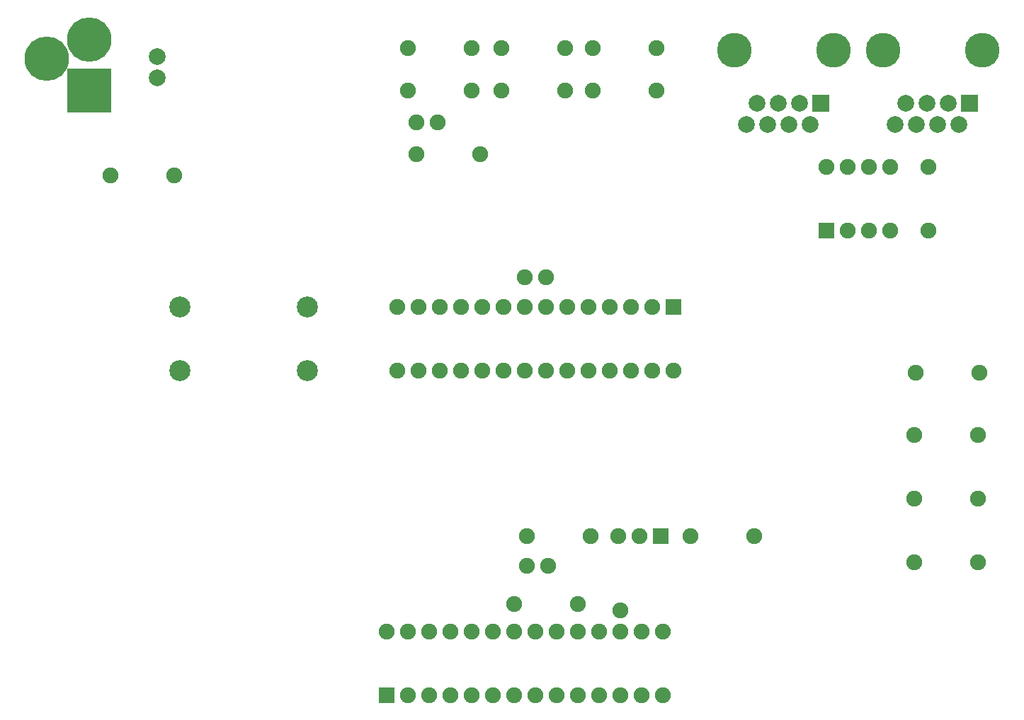
<source format=gbs>
G04 (created by PCBNEW-RS274X (2011-07-08)-stable) date Sun 04 Mar 2012 02:24:10 AM EST*
G01*
G70*
G90*
%MOIN*%
G04 Gerber Fmt 3.4, Leading zero omitted, Abs format*
%FSLAX34Y34*%
G04 APERTURE LIST*
%ADD10C,0.006000*%
%ADD11C,0.098700*%
%ADD12C,0.075000*%
%ADD13C,0.163700*%
%ADD14R,0.079100X0.079100*%
%ADD15C,0.079100*%
%ADD16C,0.209000*%
%ADD17R,0.209000X0.209000*%
%ADD18R,0.075000X0.075000*%
G04 APERTURE END LIST*
G54D10*
G54D11*
X46390Y-31100D03*
X40390Y-31100D03*
X40390Y-28100D03*
X46390Y-28100D03*
G54D12*
X62800Y-15900D03*
X62800Y-17900D03*
X59800Y-15900D03*
X59800Y-17900D03*
X58500Y-15900D03*
X58500Y-17900D03*
X55500Y-15900D03*
X55500Y-17900D03*
X54100Y-15900D03*
X54100Y-17900D03*
X51100Y-15900D03*
X51100Y-17900D03*
G54D13*
X73462Y-16000D03*
X78135Y-16000D03*
G54D14*
X77550Y-18500D03*
G54D15*
X77050Y-19500D03*
X76550Y-18500D03*
X76050Y-19500D03*
X75550Y-18500D03*
X75050Y-19500D03*
X74550Y-18500D03*
X74050Y-19500D03*
G54D13*
X66462Y-16000D03*
X71135Y-16000D03*
G54D14*
X70550Y-18500D03*
G54D15*
X70050Y-19500D03*
X69550Y-18500D03*
X69050Y-19500D03*
X68550Y-18500D03*
X68050Y-19500D03*
X67550Y-18500D03*
X67050Y-19500D03*
G54D12*
X64400Y-38900D03*
X67400Y-38900D03*
X40100Y-21900D03*
X37100Y-21900D03*
X77950Y-40150D03*
X74950Y-40150D03*
X77950Y-37150D03*
X74950Y-37150D03*
X77950Y-34150D03*
X74950Y-34150D03*
X78000Y-31200D03*
X75000Y-31200D03*
X54500Y-20900D03*
X51500Y-20900D03*
X56700Y-38900D03*
X59700Y-38900D03*
X56100Y-42100D03*
X59100Y-42100D03*
X75600Y-24500D03*
X75600Y-21500D03*
X61100Y-42400D03*
G54D16*
X36100Y-15500D03*
G54D17*
X36100Y-17900D03*
G54D16*
X34100Y-16400D03*
G54D15*
X39300Y-16300D03*
X39300Y-17300D03*
G54D18*
X70800Y-24500D03*
G54D12*
X71800Y-24500D03*
X72800Y-24500D03*
X73800Y-24500D03*
X73800Y-21500D03*
X72800Y-21500D03*
X71800Y-21500D03*
X70800Y-21500D03*
X62600Y-28100D03*
X61600Y-28100D03*
X60600Y-28100D03*
X59600Y-28100D03*
X58600Y-28100D03*
X57600Y-28100D03*
X56600Y-28100D03*
X55600Y-28100D03*
X54600Y-28100D03*
X53600Y-28100D03*
X52600Y-28100D03*
X51600Y-28100D03*
X50600Y-28100D03*
G54D18*
X63600Y-28100D03*
G54D12*
X50600Y-31100D03*
X51600Y-31100D03*
X52600Y-31100D03*
X53600Y-31100D03*
X54600Y-31100D03*
X55600Y-31100D03*
X56600Y-31100D03*
X57600Y-31100D03*
X58600Y-31100D03*
X59600Y-31100D03*
X60600Y-31100D03*
X61600Y-31100D03*
X62600Y-31100D03*
X63600Y-31100D03*
X51100Y-46400D03*
X52100Y-46400D03*
X53100Y-46400D03*
X54100Y-46400D03*
X55100Y-46400D03*
X56100Y-46400D03*
X57100Y-46400D03*
X58100Y-46400D03*
X59100Y-46400D03*
X60100Y-46400D03*
X61100Y-46400D03*
X62100Y-46400D03*
X63100Y-46400D03*
G54D18*
X50100Y-46400D03*
G54D12*
X63100Y-43400D03*
X62100Y-43400D03*
X61100Y-43400D03*
X60100Y-43400D03*
X59100Y-43400D03*
X58100Y-43400D03*
X57100Y-43400D03*
X56100Y-43400D03*
X55100Y-43400D03*
X54100Y-43400D03*
X53100Y-43400D03*
X52100Y-43400D03*
X51100Y-43400D03*
X50100Y-43400D03*
X57600Y-26700D03*
X56600Y-26700D03*
X57700Y-40300D03*
X56700Y-40300D03*
X52500Y-19400D03*
X51500Y-19400D03*
G54D18*
X63000Y-38900D03*
G54D12*
X62000Y-38900D03*
X61000Y-38900D03*
M02*

</source>
